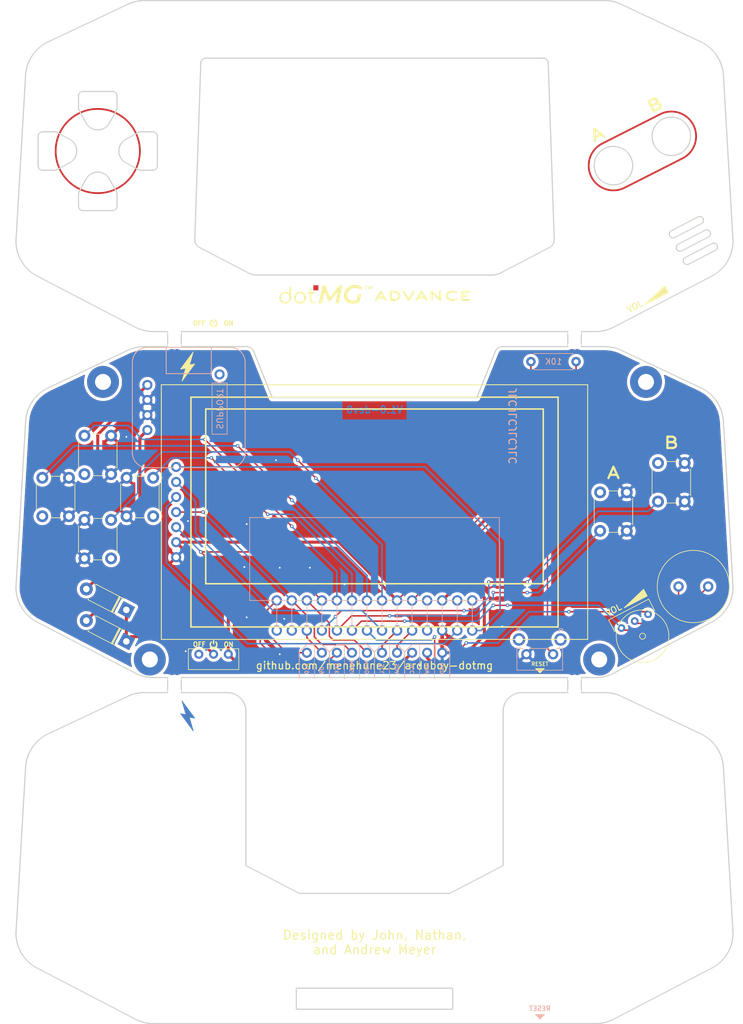
<source format=kicad_pcb>
(kicad_pcb (version 20171130) (host pcbnew "(5.1.9-0-10_14)")
  (title_block (title "dotMG Advance (Pro Micro)") (date 2021-07-17) (rev 1.0-dev0))
  (layers (0 F.Cu signal hide) (31 B.Cu signal) (34 B.Paste user) (35 F.Paste user hide) (36 B.SilkS user) (37 F.SilkS user) (38 B.Mask user) (39 F.Mask user hide) (44 Edge.Cuts user))
  (net 0 "")
  (net 1 GND)
  (net 2 "Net-(BZ1-Pad1)")
  (net 3 "Net-(D1-Pad2)")
  (net 4 "Net-(J1-Pad24)")
  (net 5 "Net-(J1-Pad11)")
  (net 6 "Net-(D1-Pad1)")
  (net 7 "Net-(J1-Pad22)")
  (net 8 "Net-(J1-Pad21)")
  (net 9 "Net-(J1-Pad20)")
  (net 10 "Net-(J1-Pad19)")
  (net 11 "Net-(J1-Pad10)")
  (net 12 "Net-(J1-Pad8)")
  (net 13 "Net-(J1-Pad7)")
  (net 14 "Net-(BZ1-Pad2)")
  (net 15 VCC)
  (net 16 "Net-(D2-Pad2)")
  (net 17 SCL)
  (net 18 SDA)
  (net 19 "Net-(J1-Pad1)")
  (net 20 D9_A9)
  (net 21 D10_A10)
  (net 22 MOSI)
  (net 23 MISO)
  (net 24 SCK)
  (net 25 RAW)
  (net 26 "Net-(J1-Pad2)")
  (module system:EXT_PINS_ADV_CUTOUT (layer B.Cu) (at 107.95 221.869 90)
    (fp_text reference REF** hide)
    (fp_text value "EXTENSION PINS" hide)
    (fp_line (start -1.778 -13.208) (end -1.778 13.208) (layer Edge.Cuts) (width 0.2))
    (fp_line (start -1.778 13.208) (end 1.778 13.208) (layer Edge.Cuts) (width 0.2))
    (fp_line (start 1.778 13.208) (end 1.778 -13.208) (layer Edge.Cuts) (width 0.2))
    (fp_line (start 1.778 -13.208) (end -1.778 -13.208) (layer Edge.Cuts) (width 0.2))
  )
  (module system:EXT_PINS_ADV (layer B.Cu) (at 107.95 163.449 90)
    (fp_text reference J2)
    (fp_text value "EXTENSION PINS")
    (fp_text user GND (at -3.683 11.43 270) (layer B.SilkS) (effects (font (size 0.635 0.635) (thickness 0.127)) (justify right mirror)))
    (fp_text user SDA (at -3.683 3.81 270) (layer B.SilkS) (effects (font (size 0.635 0.635) (thickness 0.127)) (justify right mirror)))
    (fp_text user MOSI (at -3.683 -3.81 270) (layer B.SilkS) (effects (font (size 0.635 0.635) (thickness 0.127)) (justify right mirror)))
    (fp_text user VCC (at -3.683 6.35 270) (layer B.SilkS) (effects (font (size 0.635 0.635) (thickness 0.127)) (justify right mirror)))
    (fp_text user SCK (at -3.683 -6.35 270) (layer B.SilkS) (effects (font (size 0.635 0.635) (thickness 0.127)) (justify right mirror)))
    (fp_text user MISO (at -3.683 -1.27 270) (layer B.SilkS) (effects (font (size 0.635 0.635) (thickness 0.127)) (justify right mirror)))
    (fp_text user SCL (at -3.683 1.27 270) (layer B.SilkS) (effects (font (size 0.635 0.635) (thickness 0.127)) (justify right mirror)))
    (fp_text user D9 (at -3.683 -8.89 270) (layer B.SilkS) (effects (font (size 0.635 0.635) (thickness 0.127)) (justify right mirror)))
    (fp_text user A10 (at -3.683 -11.43 270) (layer B.SilkS) (effects (font (size 0.635 0.635) (thickness 0.127)) (justify right mirror)))
    (fp_text user RAW (at -3.683 8.89 270) (layer B.SilkS) (effects (font (size 0.635 0.635) (thickness 0.127)) (justify right mirror)))
    (pad 6 thru_hole circle (at 0 -1.27 270) (size 1.7 1.7) (drill 1) (layers *.Cu *.Mask) (net 23 MISO))
    (pad 5 thru_hole oval (at 0 1.27 270) (size 1.7 1.7) (drill 1) (layers *.Cu *.Mask) (net 17 SCL))
    (pad 4 thru_hole oval (at 0 3.81 270) (size 1.7 1.7) (drill 1) (layers *.Cu *.Mask) (net 18 SDA))
    (pad 3 thru_hole oval (at 0 6.35 270) (size 1.7 1.7) (drill 1) (layers *.Cu *.Mask) (net 15 VCC))
    (pad 7 thru_hole circle (at 0 -3.81 270) (size 1.7 1.7) (drill 1) (layers *.Cu *.Mask) (net 22 MOSI))
    (pad 1 thru_hole oval (at 0 11.43 270) (size 1.7 1.7) (drill 1) (layers *.Cu *.Mask) (net 1 GND))
    (pad 10 thru_hole oval (at 0 -11.43 270) (size 1.7 1.7) (drill 1) (layers *.Cu *.Mask) (net 21 D10_A10))
    (pad 9 thru_hole oval (at 0 -8.89 270) (size 1.7 1.7) (drill 1) (layers *.Cu *.Mask) (net 20 D9_A9))
    (pad 8 thru_hole oval (at 0 -6.35 270) (size 1.7 1.7) (drill 1) (layers *.Cu *.Mask) (net 24 SCK))
    (pad 2 thru_hole oval (at 0 8.89 270) (size 1.7 1.7) (drill 1) (layers *.Cu *.Mask) (net 25 RAW))
  )
  (module system:LOGO (layer F.Cu) (at 98.044 101.854)
    (fp_text reference G*** hide)
    (fp_text value LOGO hide)
    (fp_text user TM (at 8.128 0) (layer F.SilkS) (effects (font (size 0.4572 0.762) (thickness 0.1143)) (justify left)))
    (pad 1 smd custom (at 0 0) (size 0.5 0.5) (layers F.Cu F.Mask) (options (clearance outline) (anchor circle)) (primitives (gr_poly (pts (xy 0.4191 0.406399) (xy -0.419099 0.406399) (xy -0.419099 -0.444501) (xy 0.4191 -0.444501) (xy 0.4191 0.406399)) (width 0.01))))
  )
  (module MountingHole:MountingHole_2.7mm_M2.5_Pad (layer F.Cu) (at 62.103 59.309)
    (fp_text reference HOLE hide)
    (fp_text value MountingHole_2.7mm_M2.5_Pad hide)
    (pad "" np_thru_hole circle (at 0 0) (size 3.75 3.75) (drill 3.75) (layers *.Cu *.Mask))
  )
  (module MountingHole:MountingHole_2.7mm_M2.5_Pad (layer F.Cu) (at 153.797 59.309)
    (fp_text reference HOLE hide)
    (fp_text value MountingHole_2.7mm_M2.5_Pad hide)
    (pad "" np_thru_hole circle (at 0 0) (size 3.75 3.75) (drill 3.75) (layers *.Cu *.Mask))
  )
  (module MountingHole:MountingHole_2.7mm_M2.5_Pad (layer F.Cu) (at 70.0024 106.172)
    (fp_text reference HOLE hide)
    (fp_text value MountingHole_2.7mm_M2.5_Pad hide)
    (pad "" np_thru_hole circle (at 0 0) (size 3.75 3.75) (drill 3.75) (layers *.Cu *.Mask))
  )
  (module MountingHole:MountingHole_2.7mm_M2.5_Pad (layer F.Cu) (at 145.8976 106.172)
    (fp_text reference HOLE hide)
    (fp_text value MountingHole_2.7mm_M2.5_Pad hide)
    (pad "" np_thru_hole circle (at 0 0) (size 3.75 3.75) (drill 3.75) (layers *.Cu *.Mask))
  )
  (module system:28PIN_CARD_CONNECTOR (layer B.Cu) (at 107.95 159.704 180)
    (fp_text reference J1)
    (fp_text value CART_SOCKET_28P hide)
    (pad 28 thru_hole circle (at -16.51 5.08 270) (size 1.75 1.75) (drill 1.1) (layers *.Cu *.Mask))
    (pad 27 thru_hole circle (at -13.97 5.08 270) (size 1.75 1.75) (drill 1.1) (layers *.Cu *.Mask))
    (pad 26 thru_hole circle (at -11.43 5.08 270) (size 1.75 1.75) (drill 1.1) (layers *.Cu *.Mask) (net 25 RAW))
    (pad 25 thru_hole circle (at -8.89 5.08 270) (size 1.75 1.75) (drill 1.1) (layers *.Cu *.Mask))
    (pad 24 thru_hole circle (at -6.35 5.08 270) (size 1.75 1.75) (drill 1.1) (layers *.Cu *.Mask) (net 4 "Net-(J1-Pad24)"))
    (pad 23 thru_hole circle (at -3.81 5.08 270) (size 1.75 1.75) (drill 1.1) (layers *.Cu *.Mask) (net 15 VCC))
    (pad 22 thru_hole circle (at -1.27 5.08 270) (size 1.75 1.75) (drill 1.1) (layers *.Cu *.Mask) (net 7 "Net-(J1-Pad22)"))
    (pad 21 thru_hole circle (at 1.27 5.08 270) (size 1.75 1.75) (drill 1.1) (layers *.Cu *.Mask) (net 8 "Net-(J1-Pad21)"))
    (pad 20 thru_hole circle (at 3.81 5.08 270) (size 1.75 1.75) (drill 1.1) (layers *.Cu *.Mask) (net 9 "Net-(J1-Pad20)"))
    (pad 19 thru_hole circle (at 6.35 5.08 270) (size 1.75 1.75) (drill 1.1) (layers *.Cu *.Mask) (net 10 "Net-(J1-Pad19)"))
    (pad 18 thru_hole circle (at 8.89 5.08 270) (size 1.75 1.75) (drill 1.1) (layers *.Cu *.Mask) (net 24 SCK))
    (pad 17 thru_hole circle (at 11.43 5.08 270) (size 1.75 1.75) (drill 1.1) (layers *.Cu *.Mask) (net 23 MISO))
    (pad 16 thru_hole circle (at 13.97 5.08 270) (size 1.75 1.75) (drill 1.1) (layers *.Cu *.Mask) (net 22 MOSI))
    (pad 15 thru_hole circle (at 16.51 5.08 270) (size 1.75 1.75) (drill 1.1) (layers *.Cu *.Mask) (net 21 D10_A10))
    (pad 14 thru_hole circle (at 16.51 0 270) (size 1.75 1.75) (drill 1.1) (layers *.Cu *.Mask))
    (pad 13 thru_hole circle (at 13.97 0 270) (size 1.75 1.75) (drill 1.1) (layers *.Cu *.Mask))
    (pad 12 thru_hole circle (at 11.43 0 270) (size 1.75 1.75) (drill 1.1) (layers *.Cu *.Mask) (net 20 D9_A9))
    (pad 11 thru_hole circle (at 8.89 0 270) (size 1.75 1.75) (drill 1.1) (layers *.Cu *.Mask) (net 5 "Net-(J1-Pad11)"))
    (pad 10 thru_hole circle (at 6.35 0 270) (size 1.75 1.75) (drill 1.1) (layers *.Cu *.Mask) (net 11 "Net-(J1-Pad10)"))
    (pad 9 thru_hole circle (at 3.81 0 270) (size 1.75 1.75) (drill 1.1) (layers *.Cu *.Mask) (net 14 "Net-(BZ1-Pad2)"))
    (pad 1 thru_hole circle (at -16.51 0 270) (size 1.75 1.75) (drill 1.1) (layers *.Cu *.Mask) (net 19 "Net-(J1-Pad1)"))
    (pad 2 thru_hole circle (at -13.97 0 270) (size 1.75 1.75) (drill 1.1) (layers *.Cu *.Mask) (net 26 "Net-(J1-Pad2)"))
    (pad 3 thru_hole circle (at -11.43 0 270) (size 1.75 1.75) (drill 1.1) (layers *.Cu *.Mask) (net 1 GND))
    (pad 4 thru_hole circle (at -8.89 0 270) (size 1.75 1.75) (drill 1.1) (layers *.Cu *.Mask))
    (pad 5 thru_hole circle (at -6.35 0 270) (size 1.75 1.75) (drill 1.1) (layers *.Cu *.Mask) (net 18 SDA))
    (pad 6 thru_hole circle (at -3.81 0 270) (size 1.75 1.75) (drill 1.1) (layers *.Cu *.Mask) (net 17 SCL))
    (pad 8 thru_hole circle (at 1.27 0 270) (size 1.75 1.75) (drill 1.1) (layers *.Cu *.Mask) (net 12 "Net-(J1-Pad8)"))
    (pad 7 thru_hole circle (at -1.27 0 270) (size 1.75 1.75) (drill 1.1) (layers *.Cu *.Mask) (net 13 "Net-(J1-Pad7)"))
  )
  (module MountingHole:MountingHole_2.7mm_M2.5_Pad (layer F.Cu) (at 145.8976 223.012)
    (fp_text reference HOLE hide)
    (fp_text value MountingHole_2.7mm_M2.5_Pad hide)
    (pad "" np_thru_hole circle (at 0 0) (size 3.75 3.75) (drill 3.75) (layers *.Cu *.Mask))
  )
  (module MountingHole:MountingHole_2.7mm_M2.5_Pad (layer F.Cu) (at 70.0024 223.012)
    (fp_text reference HOLE hide)
    (fp_text value MountingHole_2.7mm_M2.5_Pad hide)
    (pad "" np_thru_hole circle (at 0 0) (size 3.75 3.75) (drill 3.75) (layers *.Cu *.Mask))
  )
  (module MountingHole:MountingHole_2.7mm_M2.5_Pad (layer F.Cu) (at 153.797 176.149)
    (fp_text reference HOLE hide)
    (fp_text value MountingHole_2.7mm_M2.5_Pad hide)
    (pad "" np_thru_hole circle (at 0 0) (size 3.75 3.75) (drill 3.75) (layers *.Cu *.Mask))
  )
  (module system:BREAKAWAY_TAB (layer F.Cu) (at 74.168 170.18 90)
    (fp_text reference REF** hide)
    (fp_text value BREAKAWAY_TAB hide)
    (pad "" np_thru_hole circle (at 0.254 0.889 90) (size 0.508 0.508) (drill 0.508) (layers *.Cu *.Mask))
    (pad "" np_thru_hole circle (at 0.254 0 90) (size 0.508 0.508) (drill 0.508) (layers *.Cu *.Mask))
    (pad "" np_thru_hole circle (at 0.254 -0.889 90) (size 0.508 0.508) (drill 0.508) (layers *.Cu *.Mask))
    (pad "" np_thru_hole circle (at 2.286 0.889 90) (size 0.508 0.508) (drill 0.508) (layers *.Cu *.Mask))
    (pad "" np_thru_hole circle (at 2.286 -0.889 90) (size 0.508 0.508) (drill 0.508) (layers *.Cu *.Mask))
    (pad "" np_thru_hole circle (at 2.286 0 90) (size 0.508 0.508) (drill 0.508) (layers *.Cu *.Mask))
  )
  (module system:BREAKAWAY_TAB (layer F.Cu) (at 141.732 170.18 90)
    (fp_text reference REF** hide)
    (fp_text value BREAKAWAY_TAB hide)
    (pad "" np_thru_hole circle (at 2.286 0 90) (size 0.508 0.508) (drill 0.508) (layers *.Cu *.Mask))
    (pad "" np_thru_hole circle (at 2.286 -0.889 90) (size 0.508 0.508) (drill 0.508) (layers *.Cu *.Mask))
    (pad "" np_thru_hole circle (at 2.286 0.889 90) (size 0.508 0.508) (drill 0.508) (layers *.Cu *.Mask))
    (pad "" np_thru_hole circle (at 0.254 -0.889 90) (size 0.508 0.508) (drill 0.508) (layers *.Cu *.Mask))
    (pad "" np_thru_hole circle (at 0.254 0 90) (size 0.508 0.508) (drill 0.508) (layers *.Cu *.Mask))
    (pad "" np_thru_hole circle (at 0.254 0.889 90) (size 0.508 0.508) (drill 0.508) (layers *.Cu *.Mask))
  )
  (module system:BREAKAWAY_TAB (layer F.Cu) (at 141.732 111.76 90)
    (fp_text reference REF** hide)
    (fp_text value BREAKAWAY_TAB hide)
    (pad "" np_thru_hole circle (at 0.254 0.889 90) (size 0.508 0.508) (drill 0.508) (layers *.Cu *.Mask))
    (pad "" np_thru_hole circle (at 0.254 0 90) (size 0.508 0.508) (drill 0.508) (layers *.Cu *.Mask))
    (pad "" np_thru_hole circle (at 0.254 -0.889 90) (size 0.508 0.508) (drill 0.508) (layers *.Cu *.Mask))
    (pad "" np_thru_hole circle (at 2.286 0.889 90) (size 0.508 0.508) (drill 0.508) (layers *.Cu *.Mask))
    (pad "" np_thru_hole circle (at 2.286 -0.889 90) (size 0.508 0.508) (drill 0.508) (layers *.Cu *.Mask))
    (pad "" np_thru_hole circle (at 2.286 0 90) (size 0.508 0.508) (drill 0.508) (layers *.Cu *.Mask))
  )
  (module system:DIYMORE_2.42_IN_OLED_CUTOUT_ADV (layer F.Cu) (at 107.95 81.28)
    (fp_text reference REF** hide)
    (fp_text value DIYMORE_2.42_IN_OLED_CUTOUT_ADV hide)
    (fp_line (start -19.703 18.4) (end 19.703 18.4) (layer Edge.Cuts) (width 0.2))
    (fp_line (start -29.337 -17.386499) (end -30.353 12.4) (layer Edge.Cuts) (width 0.2))
    (fp_line (start -21.408108 17.98507) (end -29.445674 13.8) (layer Edge.Cuts) (width 0.2))
    (fp_line (start 29.337 -17.386499) (end 30.353 12.4) (layer Edge.Cuts) (width 0.2))
    (fp_line (start -28.5 -18.2245) (end 28.5 -18.2245) (layer Edge.Cuts) (width 0.2))
    (fp_line (start 21.408108 17.98507) (end 29.445674 13.8) (layer Edge.Cuts) (width 0.2))
    (fp_arc (start -28.81924 12.4) (end -29.445674 13.8) (angle 65.89373456) (layer Edge.Cuts) (width 0.2))
    (fp_arc (start -28.5 -17.387499) (end -29.337 -17.386499) (angle 90.06845371) (layer Edge.Cuts) (width 0.2))
    (fp_arc (start -19.803 15.1) (end -19.703 18.4) (angle 30.82506473) (layer Edge.Cuts) (width 0.2))
    (fp_arc (start 19.803 15.1) (end 19.703 18.4) (angle -30.82506473) (layer Edge.Cuts) (width 0.2))
    (fp_arc (start 28.81924 12.4) (end 29.445674 13.8) (angle -65.89373456) (layer Edge.Cuts) (width 0.2))
    (fp_arc (start 28.5 -17.387499) (end 29.337 -17.386499) (angle -90.06845371) (layer Edge.Cuts) (width 0.2))
  )
  (module system:OMRON_CAP_B32-2110_CUTOUT (layer F.Cu) (at 68.326 78.74 180)
    (fp_text reference REF** hide)
    (fp_text value OMRON_CAP_B32-2110_CUTOUT hide)
    (fp_line (start -2.95 -2.5) (end -2.95 2.5) (layer Edge.Cuts) (width 0.2))
    (fp_line (start -2.2 -3.25) (end -0.320046 -3.251318) (layer Edge.Cuts) (width 0.2))
    (fp_line (start 0.35052 -3.09626) (end 2.528729 -1.884867) (layer Edge.Cuts) (width 0.2))
    (fp_line (start -2.2 3.25) (end -0.320046 3.248682) (layer Edge.Cuts) (width 0.2))
    (fp_line (start 0.349882 3.093604) (end 2.528729 1.884867) (layer Edge.Cuts) (width 0.2))
    (fp_arc (start -0.255493 2.002985) (end -0.320046 3.248682) (angle -32) (layer Edge.Cuts) (width 0.2))
    (fp_arc (start -0.255493 -2.002985) (end 0.35052 -3.09626) (angle -32) (layer Edge.Cuts) (width 0.2))
    (fp_arc (start -2.2 2.5) (end -2.2 3.25) (angle 90) (layer Edge.Cuts) (width 0.2))
    (fp_arc (start -2.2 -2.5) (end -2.95 -2.5) (angle 90) (layer Edge.Cuts) (width 0.2))
    (fp_arc (start 1.3 0) (end 3.55 0) (angle 56.9) (layer Edge.Cuts) (width 0.2))
    (fp_arc (start 1.3 0) (end 3.55 0) (angle -56.9) (layer Edge.Cuts) (width 0.2))
  )
  (module system:SPDT_SWITCH_ADV (layer F.Cu) (at 80.772 163.703 270)
    (fp_text reference SW1)
    (fp_text value POWER hide)
    (pad 1 thru_hole circle (at 0 2.4892 270) (size 1.524 1.524) (drill 0.8128) (layers *.Cu *.Mask))
    (pad 2 thru_hole circle (at 0 0 270) (size 1.524 1.524) (drill 0.8128) (layers *.Cu *.Mask) (net 6 "Net-(D1-Pad1)"))
    (pad 3 thru_hole circle (at 0 -2.4892 270) (size 1.524 1.524) (drill 0.8128) (layers *.Cu *.Mask) (net 15 VCC))
  )
  (module MountingHole:MountingHole_2.7mm_M2.5_Pad (layer B.Cu) (at 62.103 117.729)
    (fp_text reference HOLE hide)
    (fp_text value MountingHole_2.7mm_M2.5_Pad hide)
    (pad "" thru_hole circle (at 0 0) (size 5.399999 5.399999) (drill 2.7) (layers *.Cu *.Mask))
  )
  (module system:01X01_HEADER (layer B.Cu) (at 81.788 116.459 90)
    (fp_text reference **REF hide)
    (fp_text value SUPPORT (at -5.842 0 270 unlocked) (layer B.SilkS) (effects (justify mirror)))
    (pad 1 thru_hole oval (at 0 0 270) (size 1.7 1.7) (drill 1) (layers *.Cu *.Mask))
  )
  (module MountingHole:MountingHole_2.7mm_M2.5_Pad (layer B.Cu) (at 70.0024 164.592 180)
    (fp_text reference HOLE hide)
    (fp_text value MountingHole_2.7mm_M2.5_Pad hide)
    (pad "" thru_hole circle (at 0 0 180) (size 5.399999 5.399999) (drill 2.7) (layers *.Cu *.Mask))
  )
  (module MountingHole:MountingHole_2.7mm_M2.5_Pad (layer B.Cu) (at 153.797 117.729)
    (fp_text reference HOLE hide)
    (fp_text value MountingHole_2.7mm_M2.5_Pad hide)
    (pad "" thru_hole circle (at 0 0) (size 5.399999 5.399999) (drill 2.7) (layers *.Cu *.Mask))
  )
  (module Diode_THT:D_DO-41_SOD81_P7.62mm_Horizontal (layer F.Cu) (at 66.04 156.21 152.5)
    (fp_text reference D1 hide)
    (fp_text value SB120)
    (pad 2 thru_hole oval (at 7.62 0 152.5) (size 2.2 2.2) (drill 1.1) (layers *.Cu *.Mask) (net 3 "Net-(D1-Pad2)"))
    (pad 1 thru_hole rect (at 0 0 152.5) (size 2.2 2.2) (drill 1.1) (layers *.Cu *.Mask) (net 6 "Net-(D1-Pad1)"))
  )
  (module Diode_THT:D_DO-41_SOD81_P7.62mm_Horizontal (layer F.Cu) (at 66.04 161.544 152.5)
    (fp_text reference D2 hide)
    (fp_text value SB120)
    (pad 2 thru_hole oval (at 7.62 0 152.5) (size 2.2 2.2) (drill 1.1) (layers *.Cu *.Mask) (net 16 "Net-(D2-Pad2)"))
    (pad 1 thru_hole rect (at 0 0 152.5) (size 2.2 2.2) (drill 1.1) (layers *.Cu *.Mask) (net 6 "Net-(D1-Pad1)"))
  )
  (module system:BUZZER_CUTOUT (layer F.Cu) (at 161.798 93.853 297.5)
    (fp_text reference **REF hide)
    (fp_text value Buzzer hide)
    (fp_line (start -3.175 -2.54) (end -3.175 2.54) (layer Edge.Cuts) (width 0.2))
    (fp_line (start -1.905 -2.54) (end -1.905 2.54) (layer Edge.Cuts) (width 0.2))
    (fp_line (start 1.905 -2.54) (end 1.905 2.54) (layer Edge.Cuts) (width 0.2))
    (fp_line (start 3.175 -2.54) (end 3.175 2.54) (layer Edge.Cuts) (width 0.2))
    (fp_line (start -0.635 -2.54) (end -0.635 2.54) (layer Edge.Cuts) (width 0.2))
    (fp_line (start 0.635 -2.54) (end 0.635 2.54) (layer Edge.Cuts) (width 0.2))
    (fp_arc (start -2.54 -2.54) (end -1.905 -2.54) (angle -180) (layer Edge.Cuts) (width 0.2))
    (fp_arc (start -2.54 2.54) (end -3.175 2.54) (angle -180) (layer Edge.Cuts) (width 0.2))
    (fp_arc (start 2.54 -2.54) (end 3.175 -2.54) (angle -180) (layer Edge.Cuts) (width 0.2))
    (fp_arc (start 2.54 2.54) (end 1.905 2.54) (angle -180) (layer Edge.Cuts) (width 0.2))
    (fp_arc (start 0 2.54) (end -0.635 2.54) (angle -180) (layer Edge.Cuts) (width 0.2))
    (fp_arc (start 0 -2.54) (end 0.635 -2.54) (angle -180) (layer Edge.Cuts) (width 0.2))
  )
  (module system:VOLUME_LABEL (layer F.Cu) (at 154.178 104.394 297.5)
    (fp_text reference **REF hide)
    (fp_text value Volume hide)
    (fp_text user VOL (at -0.508 2.286 27.5) (layer F.SilkS) (effects (font (size 1.016 1.016) (thickness 0.1778))))
  )
  (module system:DIYMORE_2.42_IN_OLED (layer F.Cu) (at 107.95 139.7)
    (fp_text reference U2)
    (fp_text value SPI_DISPLAY)
    (pad 1 thru_hole circle (at -33.5 7.62) (size 1.7 1.7) (drill 1) (layers *.Cu *.Mask) (net 1 GND))
    (pad 2 thru_hole circle (at -33.5 5.08) (size 1.7 1.7) (drill 1) (layers *.Cu *.Mask) (net 15 VCC))
    (pad 3 thru_hole circle (at -33.5 2.54) (size 1.7 1.7) (drill 1) (layers *.Cu *.Mask) (net 24 SCK))
    (pad 4 thru_hole circle (at -33.5 0) (size 1.7 1.7) (drill 1) (layers *.Cu *.Mask) (net 22 MOSI))
    (pad 5 thru_hole circle (at -33.5 -2.54) (size 1.7 1.7) (drill 1) (layers *.Cu *.Mask) (net 26 "Net-(J1-Pad2)"))
    (pad 6 thru_hole circle (at -33.5 -5.08) (size 1.7 1.7) (drill 1) (layers *.Cu *.Mask) (net 13 "Net-(J1-Pad7)"))
    (pad 7 thru_hole circle (at -33.5 -7.62) (size 1.7 1.7) (drill 1) (layers *.Cu *.Mask) (net 19 "Net-(J1-Pad1)"))
  )
  (module system:SW_PUSH_6mm (layer F.Cu) (at 148.3 139.625 90)
    (fp_text reference SW3 hide)
    (fp_text value A hide)
    (pad 2 thru_hole circle (at -3.25 2.25 180) (size 2 2) (drill 1.1) (layers *.Cu *.Mask) (net 1 GND))
    (pad 1 thru_hole circle (at -3.25 -2.25 180) (size 2 2) (drill 1.1) (layers *.Cu *.Mask) (net 11 "Net-(J1-Pad10)"))
    (pad 2 thru_hole circle (at 3.25 2.25 180) (size 2 2) (drill 1.1) (layers *.Cu *.Mask) (net 1 GND))
    (pad 1 thru_hole circle (at 3.25 -2.25 180) (size 2 2) (drill 1.1) (layers *.Cu *.Mask) (net 11 "Net-(J1-Pad10)"))
  )
  (module system:SW_PUSH_6mm (layer F.Cu) (at 158.079 134.672 90)
    (fp_text reference SW4 hide)
    (fp_text value B hide)
    (pad 2 thru_hole circle (at -3.25 2.25 180) (size 2 2) (drill 1.1) (layers *.Cu *.Mask) (net 1 GND))
    (pad 1 thru_hole circle (at -3.25 -2.25 180) (size 2 2) (drill 1.1) (layers *.Cu *.Mask) (net 5 "Net-(J1-Pad11)"))
    (pad 2 thru_hole circle (at 3.25 2.25 180) (size 2 2) (drill 1.1) (layers *.Cu *.Mask) (net 1 GND))
    (pad 1 thru_hole circle (at 3.25 -2.25 180) (size 2 2) (drill 1.1) (layers *.Cu *.Mask) (net 5 "Net-(J1-Pad11)"))
  )
  (module system:SW_PUSH_6mm (layer F.Cu) (at 61.214 130.048 90)
    (fp_text reference SW5 hide)
    (fp_text value UP)
    (pad 2 thru_hole circle (at -3.25 2.25 180) (size 2 2) (drill 1.1) (layers *.Cu *.Mask) (net 1 GND))
    (pad 1 thru_hole circle (at -3.25 -2.25 180) (size 2 2) (drill 1.1) (layers *.Cu *.Mask) (net 10 "Net-(J1-Pad19)"))
    (pad 2 thru_hole circle (at 3.25 2.25 180) (size 2 2) (drill 1.1) (layers *.Cu *.Mask) (net 1 GND))
    (pad 1 thru_hole circle (at 3.25 -2.25 180) (size 2 2) (drill 1.1) (layers *.Cu *.Mask) (net 10 "Net-(J1-Pad19)"))
  )
  (module system:SW_PUSH_6mm (layer F.Cu) (at 61.214 144.272 270)
    (fp_text reference SW6 hide)
    (fp_text value DN)
    (pad 2 thru_hole circle (at -3.25 2.25) (size 2 2) (drill 1.1) (layers *.Cu *.Mask) (net 1 GND))
    (pad 1 thru_hole circle (at -3.25 -2.25) (size 2 2) (drill 1.1) (layers *.Cu *.Mask) (net 7 "Net-(J1-Pad22)"))
    (pad 2 thru_hole circle (at 3.25 2.25) (size 2 2) (drill 1.1) (layers *.Cu *.Mask) (net 1 GND))
    (pad 1 thru_hole circle (at 3.25 -2.25) (size 2 2) (drill 1.1) (layers *.Cu *.Mask) (net 7 "Net-(J1-Pad22)"))
  )
  (module system:SW_PUSH_6mm (layer F.Cu) (at 54.102 137.16 90)
    (fp_text reference SW7 hide)
    (fp_text value LF)
    (pad 2 thru_hole circle (at -3.25 2.25 180) (size 2 2) (drill 1.1) (layers *.Cu *.Mask) (net 1 GND))
    (pad 1 thru_hole circle (at -3.25 -2.25 180) (size 2 2) (drill 1.1) (layers *.Cu *.Mask) (net 8 "Net-(J1-Pad21)"))
    (pad 2 thru_hole circle (at 3.25 2.25 180) (size 2 2) (drill 1.1) (layers *.Cu *.Mask) (net 1 GND))
    (pad 1 thru_hole circle (at 3.25 -2.25 180) (size 2 2) (drill 1.1) (layers *.Cu *.Mask) (net 8 "Net-(J1-Pad21)"))
  )
  (module system:SW_PUSH_6mm (layer F.Cu) (at 68.326 137.16 270)
    (fp_text reference SW8 hide)
    (fp_text value RT)
    (pad 2 thru_hole circle (at -3.25 2.25) (size 2 2) (drill 1.1) (layers *.Cu *.Mask) (net 1 GND))
    (pad 1 thru_hole circle (at -3.25 -2.25) (size 2 2) (drill 1.1) (layers *.Cu *.Mask) (net 9 "Net-(J1-Pad20)"))
    (pad 2 thru_hole circle (at 3.25 2.25) (size 2 2) (drill 1.1) (layers *.Cu *.Mask) (net 1 GND))
    (pad 1 thru_hole circle (at 3.25 -2.25) (size 2 2) (drill 1.1) (layers *.Cu *.Mask) (net 9 "Net-(J1-Pad20)"))
  )
  (module system:OMRON_CAP_B32-2010_CUTOUT (layer F.Cu) (at 148.3 81.205 27.5)
    (fp_text reference REF** hide)
    (fp_text value OMRON_CAP_B32-2010_CUTOUT hide)
    (fp_circle (center 0 0) (end 3.25 0) (layer Edge.Cuts) (width 0.2))
    (fp_text user A (at 0 -5.965 27.5) (layer F.SilkS) (effects (font (size 1.905 2.54) (thickness 0.381))))
  )
  (module system:OMRON_CAP_B32-2010_CUTOUT (layer F.Cu) (at 158.079 76.252 27.5)
    (fp_text reference REF** hide)
    (fp_text value OMRON_CAP_B32-2010_CUTOUT hide)
    (fp_circle (center 0 0) (end 3.25 0) (layer Edge.Cuts) (width 0.2))
    (fp_text user B (at 0.000001 -5.965 27.5) (layer F.SilkS) (effects (font (size 1.905 2.54) (thickness 0.381))))
  )
  (module system:OMRON_CAP_B32-2110_CUTOUT (layer F.Cu) (at 54.102 78.74)
    (fp_text reference REF** hide)
    (fp_text value OMRON_CAP_B32-2110_CUTOUT hide)
    (fp_line (start 0.349882 3.093604) (end 2.528729 1.884867) (layer Edge.Cuts) (width 0.2))
    (fp_line (start -2.2 3.25) (end -0.320046 3.248682) (layer Edge.Cuts) (width 0.2))
    (fp_line (start 0.35052 -3.09626) (end 2.528729 -1.884867) (layer Edge.Cuts) (width 0.2))
    (fp_line (start -2.2 -3.25) (end -0.320046 -3.251318) (layer Edge.Cuts) (width 0.2))
    (fp_line (start -2.95 -2.5) (end -2.95 2.5) (layer Edge.Cuts) (width 0.2))
    (fp_arc (start -0.255493 2.002985) (end -0.320046 3.248682) (angle -32) (layer Edge.Cuts) (width 0.2))
    (fp_arc (start -0.255493 -2.002985) (end 0.35052 -3.09626) (angle -32) (layer Edge.Cuts) (width 0.2))
    (fp_arc (start -2.2 2.5) (end -2.2 3.25) (angle 90) (layer Edge.Cuts) (width 0.2))
    (fp_arc (start -2.2 -2.5) (end -2.95 -2.5) (angle 90) (layer Edge.Cuts) (width 0.2))
    (fp_arc (start 1.3 0) (end 3.55 0) (angle 56.9) (layer Edge.Cuts) (width 0.2))
    (fp_arc (start 1.3 0) (end 3.55 0) (angle -56.9) (layer Edge.Cuts) (width 0.2))
  )
  (module system:OMRON_CAP_B32-2110_CUTOUT (layer F.Cu) (at 61.214 85.852 90)
    (fp_text reference REF** hide)
    (fp_text value OMRON_CAP_B32-2110_CUTOUT hide)
    (fp_line (start 0.349882 3.093604) (end 2.528729 1.884867) (layer Edge.Cuts) (width 0.2))
    (fp_line (start -2.2 3.25) (end -0.320046 3.248682) (layer Edge.Cuts) (width 0.2))
    (fp_line (start 0.35052 -3.09626) (end 2.528729 -1.884867) (layer Edge.Cuts) (width 0.2))
    (fp_line (start -2.2 -3.25) (end -0.320046 -3.251318) (layer Edge.Cuts) (width 0.2))
    (fp_line (start -2.95 -2.5) (end -2.95 2.5) (layer Edge.Cuts) (width 0.2))
    (fp_arc (start -0.255493 2.002985) (end -0.320046 3.248682) (angle -32) (layer Edge.Cuts) (width 0.2))
    (fp_arc (start -0.255493 -2.002985) (end 0.35052 -3.09626) (angle -32) (layer Edge.Cuts) (width 0.2))
    (fp_arc (start -2.2 2.5) (end -2.2 3.25) (angle 90) (layer Edge.Cuts) (width 0.2))
    (fp_arc (start -2.2 -2.5) (end -2.95 -2.5) (angle 90) (layer Edge.Cuts) (width 0.2))
    (fp_arc (start 1.3 0) (end 3.55 0) (angle 56.9) (layer Edge.Cuts) (width 0.2))
    (fp_arc (start 1.3 0) (end 3.55 0) (angle -56.9) (layer Edge.Cuts) (width 0.2))
  )
  (module system:OMRON_CAP_B32-2110_CUTOUT (layer F.Cu) (at 61.214 71.628 270)
    (fp_text reference REF** hide)
    (fp_text value OMRON_CAP_B32-2110_CUTOUT hide)
    (fp_line (start 0.349882 3.093604) (end 2.528729 1.884867) (layer Edge.Cuts) (width 0.2))
    (fp_line (start -2.2 3.25) (end -0.320046 3.248682) (layer Edge.Cuts) (width 0.2))
    (fp_line (start 0.35052 -3.09626) (end 2.528729 -1.884867) (layer Edge.Cuts) (width 0.2))
    (fp_line (start -2.2 -3.25) (end -0.320046 -3.251318) (layer Edge.Cuts) (width 0.2))
    (fp_line (start -2.95 -2.5) (end -2.95 2.5) (layer Edge.Cuts) (width 0.2))
    (fp_arc (start -0.255493 2.002985) (end -0.320046 3.248682) (angle -32) (layer Edge.Cuts) (width 0.2))
    (fp_arc (start -0.255493 -2.002985) (end 0.35052 -3.09626) (angle -32) (layer Edge.Cuts) (width 0.2))
    (fp_arc (start -2.2 2.5) (end -2.2 3.25) (angle 90) (layer Edge.Cuts) (width 0.2))
    (fp_arc (start -2.2 -2.5) (end -2.95 -2.5) (angle 90) (layer Edge.Cuts) (width 0.2))
    (fp_arc (start 1.3 0) (end 3.55 0) (angle 56.9) (layer Edge.Cuts) (width 0.2))
    (fp_arc (start 1.3 0) (end 3.55 0) (angle -56.9) (layer Edge.Cuts) (width 0.2))
  )
  (module system:VOLUME_POT (layer F.Cu) (at 151.892 158.115 297.5)
    (fp_text reference RV1)
    (fp_text value "VOLUME 10K" hide)
    (fp_text user VOL (at -3.302 2.286 27.5) (layer F.SilkS) (effects (font (size 1.016 1.016) (thickness 0.1778))))
    (pad 2 thru_hole circle (at 0 0 297.5) (size 1.3 1.3) (drill 0.65) (layers *.Cu *.Mask) (net 2 "Net-(BZ1-Pad1)"))
    (pad 1 thru_hole circle (at 0 2.54 297.5) (size 1.3 1.3) (drill 0.65) (layers *.Cu *.Mask) (net 14 "Net-(BZ1-Pad2)"))
    (pad 3 thru_hole circle (at 0 -2.54 297.5) (size 1.3 1.3) (drill 0.65) (layers *.Cu *.Mask) (net 12 "Net-(J1-Pad8)"))
  )
  (module MountingHole:MountingHole_2.7mm_M2.5_Pad (layer F.Cu) (at 62.103 176.149)
    (fp_text reference HOLE hide)
    (fp_text value MountingHole_2.7mm_M2.5_Pad hide)
    (pad "" np_thru_hole circle (at 0 0) (size 3.75 3.75) (drill 3.75) (layers *.Cu *.Mask))
  )
  (module system:BREAKAWAY_TAB (layer F.Cu) (at 74.168 111.76 90)
    (fp_text reference REF** hide)
    (fp_text value BREAKAWAY_TAB hide)
    (pad "" np_thru_hole circle (at 2.286 0 90) (size 0.508 0.508) (drill 0.508) (layers *.Cu *.Mask))
    (pad "" np_thru_hole circle (at 2.286 -0.889 90) (size 0.508 0.508) (drill 0.508) (layers *.Cu *.Mask))
    (pad "" np_thru_hole circle (at 2.286 0.889 90) (size 0.508 0.508) (drill 0.508) (layers *.Cu *.Mask))
    (pad "" np_thru_hole circle (at 0.254 -0.889 90) (size 0.508 0.508) (drill 0.508) (layers *.Cu *.Mask))
    (pad "" np_thru_hole circle (at 0.254 0 90) (size 0.508 0.508) (drill 0.508) (layers *.Cu *.Mask))
    (pad "" np_thru_hole circle (at 0.254 0.889 90) (size 0.508 0.508) (drill 0.508) (layers *.Cu *.Mask))
  )
  (module MountingHole:MountingHole_2.7mm_M2.5_Pad (layer F.Cu) (at 145.8976 164.592)
    (fp_text reference HOLE hide)
    (fp_text value MountingHole_2.7mm_M2.5_Pad hide)
    (pad "" thru_hole circle (at 0 0) (size 5.399999 5.399999) (drill 2.7) (layers *.Cu *.Mask))
  )
  (module system:BUZZER (layer F.Cu) (at 161.798 152.273 90)
    (fp_text reference BZ1)
    (fp_text value Buzzer hide)
    (pad 2 thru_hole circle (at 0 2.5 90) (size 1.75 1.75) (drill 1) (layers *.Cu *.Mask) (net 14 "Net-(BZ1-Pad2)"))
    (pad 1 thru_hole circle (at 0 -2.5 90) (size 1.75 1.75) (drill 1) (layers *.Cu *.Mask) (net 2 "Net-(BZ1-Pad1)"))
  )
  (module Resistor_THT:R_Axial_DIN0207_L6.3mm_D2.5mm_P7.62mm_Horizontal (layer B.Cu) (at 134.366 114.3)
    (fp_text reference R1 hide)
    (fp_text value 10K (at 3.81 0) (layer B.SilkS) (effects (justify mirror)))
    (pad 1 thru_hole circle (at 0 0) (size 1.6 1.6) (drill 0.8) (layers *.Cu *.Mask) (net 15 VCC))
    (pad 2 thru_hole oval (at 7.62 0) (size 1.6 1.6) (drill 0.8) (layers *.Cu *.Mask) (net 4 "Net-(J1-Pad24)"))
  )
  (module Button_Switch_THT:SW_Tactile_SPST_Angled_PTS645Vx39-2LFS (layer B.Cu) (at 133.604 163.703)
    (fp_text reference SW2 hide)
    (fp_text value RESET (at 2.286 1.651 180) (layer F.SilkS) (effects (font (size 0.635 0.635) (thickness 0.127))))
    (pad "" thru_hole circle (at 5.76 -2.49) (size 2.1 2.1) (drill 1.3) (layers *.Cu *.Mask))
    (pad 2 thru_hole circle (at 4.5 0) (size 1.75 1.75) (drill 0.99) (layers *.Cu *.Mask) (net 4 "Net-(J1-Pad24)"))
    (pad 1 thru_hole circle (at 0 0) (size 1.75 1.75) (drill 0.99) (layers *.Cu *.Mask) (net 1 GND))
    (pad "" thru_hole circle (at -1.25 -2.49) (size 2.1 2.1) (drill 1.3) (layers *.Cu *.Mask))
  )
  (module system:ADAFRUIT_MICRO_LIPO (layer B.Cu) (at 76.581 122.047)
    (fp_text reference U1)
    (fp_text value LIPO_CHARGER)
    (pad 1 thru_hole circle (at -6.985 1.27) (size 1.7 1.7) (drill 1) (layers *.Cu *.Mask) (net 1 GND))
    (pad 1 thru_hole circle (at -6.985 -1.27) (size 1.7 1.7) (drill 1) (layers *.Cu *.Mask) (net 1 GND))
    (pad 2 thru_hole circle (at -6.985 3.81) (size 1.7 1.7) (drill 1) (layers *.Cu *.Mask) (net 16 "Net-(D2-Pad2)"))
    (pad 3 thru_hole circle (at -6.985 -3.81) (size 1.7 1.7) (drill 1) (layers *.Cu *.Mask) (net 3 "Net-(D1-Pad2)"))
  )
  (gr_line (start 47.399313 210.7721) (end 47.399313 210.7721) (layer Edge.Cuts) (width 0.2))
  (gr_arc (start 54.098313 210.7721) (end 47.399313 210.7721) (angle -59.58891873) (layer Edge.Cuts) (width 0.2))
  (gr_line (start 49.022 182.88) (end 47.399313 210.7721) (layer Edge.Cuts) (width 0.2))
  (gr_text ADVANCE (at 107.696 103.251) (layer F.SilkS) (effects (font (size 1.397 2.54) (thickness 0.3302)) (justify left)))
  (gr_line (start 95.252 204.089) (end 86.235 199.39) (layer Edge.Cuts) (width 0.2))
  (gr_line (start 129.667 199.39) (end 120.65 204.089) (layer Edge.Cuts) (width 0.2))
  (gr_text "Designed by John, Nathan,\nand Andrew Meyer" (at 107.95 212.344) (layer F.SilkS) (effects (font (size 1.524 1.524) (thickness 0.2032))))
  (gr_line (start 86.235 173.355) (end 86.235 199.39) (layer Edge.Cuts) (width 0.2))
  (gr_line (start 129.667 173.355) (end 129.667 199.39) (layer Edge.Cuts) (width 0.2))
  (gr_arc (start 132.842 173.355) (end 132.842 170.18) (angle -90) (layer Edge.Cuts) (width 0.2))
  (gr_arc (start 83.06 173.355) (end 86.235 173.355) (angle -90) (layer Edge.Cuts) (width 0.2))
  (gr_poly (pts (xy 77.343 112.649) (xy 75.184 115.57) (xy 76.581 115.316)) (layer F.SilkS) (width 0.1))
  (gr_poly (pts (xy 75.438 117.602) (xy 77.597 114.681) (xy 76.2 114.935)) (layer F.SilkS) (width 0.1))
  (gr_line (start 145.284313 226.06) (end 70.612 226.06) (layer Edge.Cuts) (width 0.2))
  (gr_line (start 165.189038 216.549423) (end 148.4376 225.271447) (layer Edge.Cuts) (width 0.2))
  (gr_arc (start 161.798 210.7721) (end 168.497 210.7721) (angle 59.58891873) (layer Edge.Cuts) (width 0.2))
  (gr_line (start 166.878 182.88) (end 168.497 210.7721) (layer Edge.Cuts) (width 0.2))
  (gr_poly (pts (xy 135.89 225.298) (xy 136.652 224.536) (xy 135.128 224.536)) (layer B.SilkS) (width 0.1))
  (gr_arc (start 145.284313 219.361) (end 145.284313 226.06) (angle -28.08040571) (layer Edge.Cuts) (width 0.2))
  (gr_arc (start 69.088 176.879) (end 69.088 170.18) (angle -22.32678668) (layer Edge.Cuts) (width 0.2))
  (gr_arc (start 146.812 176.879) (end 146.812 170.18) (angle 22.32678668) (layer Edge.Cuts) (width 0.2))
  (gr_arc (start 160.179 183.20281) (end 166.878 182.88) (angle -61.67077339) (layer Edge.Cuts) (width 0.2))
  (gr_line (start 52.826224 177.152928) (end 66.543126 170.682209) (layer Edge.Cuts) (width 0.2))
  (gr_arc (start 55.721 183.20281) (end 49.022 182.88) (angle 61.67077339) (layer Edge.Cuts) (width 0.2))
  (gr_line (start 132.842 170.18) (end 140.589 170.18) (layer Edge.Cuts) (width 0.2))
  (gr_line (start 83.06 170.18) (end 75.311 170.18) (layer Edge.Cuts) (width 0.2))
  (gr_line (start 50.707275 216.549423) (end 67.458713 225.271447) (layer Edge.Cuts) (width 0.2))
  (gr_line (start 163.073776 177.152928) (end 149.356874 170.682209) (layer Edge.Cuts) (width 0.2))
  (gr_arc (start 70.612 219.361) (end 70.612 226.06) (angle 28.08040571) (layer Edge.Cuts) (width 0.2))
  (gr_line (start 146.812 170.18) (end 142.875 170.18) (layer Edge.Cuts) (width 0.2))
  (gr_line (start 73.025 170.18) (end 69.088 170.18) (layer Edge.Cuts) (width 0.2))
  (gr_line (start 145.284313 167.64) (end 142.875 167.64) (layer Edge.Cuts) (width 0.2))
  (gr_line (start 73.025 167.64) (end 70.612 167.64) (layer Edge.Cuts) (width 0.2))
  (gr_line (start 75.311 167.64) (end 75.311 170.18) (layer Edge.Cuts) (width 0.2))
  (gr_line (start 73.025 167.64) (end 73.025 170.18) (layer Edge.Cuts) (width 0.2))
  (gr_line (start 140.589 167.64) (end 140.589 170.18) (layer Edge.Cuts) (width 0.2))
  (gr_line (start 142.875 167.64) (end 142.875 170.18) (layer Edge.Cuts) (width 0.2))
  (gr_line (start 145.284313 109.22) (end 142.875 109.22) (layer Edge.Cuts) (width 0.2))
  (gr_line (start 146.812 111.76) (end 142.875 111.76) (layer Edge.Cuts) (width 0.2))
  (gr_line (start 142.875 109.22) (end 142.875 111.76) (layer Edge.Cuts) (width 0.2))
  (gr_line (start 140.589 109.22) (end 140.589 111.76) (layer Edge.Cuts) (width 0.2))
  (gr_line (start 73.025 111.76) (end 69.088 111.76) (layer Edge.Cuts) (width 0.2))
  (gr_line (start 73.025 109.22) (end 70.612 109.22) (layer Edge.Cuts) (width 0.2))
  (gr_line (start 140.589 109.22) (end 75.311 109.22) (layer Edge.Cuts) (width 0.2))
  (gr_line (start 165.189038 99.709423) (end 148.4376 108.431447) (layer Edge.Cuts) (width 0.2))
  (gr_arc (start 161.798 93.9321) (end 168.497 93.9321) (angle 59.58891873) (layer Edge.Cuts) (width 0.2))
  (gr_line (start 166.878 66.04) (end 168.497 93.9321) (layer Edge.Cuts) (width 0.2))
  (gr_text OFF (at 78.359 107.81538) (layer F.SilkS) (effects (font (size 0.762 0.762) (thickness 0.1778))))
  (gr_arc (start 145.284313 102.521) (end 145.284313 109.22) (angle -28.08040571) (layer Edge.Cuts) (width 0.2))
  (gr_text ON (at 83.312 107.823) (layer F.SilkS) (effects (font (size 0.762 0.762) (thickness 0.1778))))
  (gr_arc (start 146.812 60.039) (end 146.812 53.34) (angle 22.32678668) (layer Edge.Cuts) (width 0.2))
  (gr_arc (start 160.179 66.36281) (end 166.878 66.04) (angle -61.67077339) (layer Edge.Cuts) (width 0.2))
  (gr_line (start 163.073776 60.312928) (end 149.356874 53.842209) (layer Edge.Cuts) (width 0.2))
  (gr_arc (start 70.612 102.521) (end 70.612 109.22) (angle 28.08040571) (layer Edge.Cuts) (width 0.2))
  (gr_line (start 146.812 53.34) (end 69.088 53.34) (layer Edge.Cuts) (width 0.2))
  (gr_arc (start 69.088 60.039) (end 69.088 53.34) (angle -22.32678668) (layer Edge.Cuts) (width 0.2))
  (gr_line (start 52.826224 60.312928) (end 66.543126 53.842209) (layer Edge.Cuts) (width 0.2))
  (gr_arc (start 55.721 66.36281) (end 49.022 66.04) (angle 61.67077339) (layer Edge.Cuts) (width 0.2))
  (gr_line (start 49.022 66.04) (end 47.399313 93.9321) (layer Edge.Cuts) (width 0.2))
  (gr_arc (start 54.098313 93.9321) (end 47.399313 93.9321) (angle -59.58891873) (layer Edge.Cuts) (width 0.2))
  (gr_line (start 50.707275 99.709423) (end 67.458713 108.431447) (layer Edge.Cuts) (width 0.2))
  (gr_line (start 80.772 107.2134) (end 80.772 107.696) (layer F.SilkS) (width 0.254))
  (gr_arc (start 80.772 107.823) (end 81.153 107.4166) (angle 271.8476103) (layer F.SilkS) (width 0.254))
  (gr_text github.com/menehune23/arduboy-dotmg (at 107.95 165.608) (layer F.SilkS) (effects (font (size 1.27 1.27) (thickness 0.19685))))
  (gr_arc (start 80.772 162.052) (end 81.153 161.6456) (angle 271.8476103) (layer F.SilkS) (width 0.254))
  (gr_line (start 80.772 161.4424) (end 80.772 161.925) (layer F.SilkS) (width 0.254))
  (gr_line (start 50.707275 158.129423) (end 67.458713 166.851447) (layer Edge.Cuts) (width 0.2))
  (gr_arc (start 54.098313 152.3521) (end 47.399313 152.3521) (angle -59.58891873) (layer Edge.Cuts) (width 0.2))
  (gr_line (start 49.022 124.46) (end 47.399313 152.3521) (layer Edge.Cuts) (width 0.2))
  (gr_arc (start 55.721 124.78281) (end 49.022 124.46) (angle 61.67077339) (layer Edge.Cuts) (width 0.2))
  (gr_line (start 52.826224 118.732928) (end 66.543126 112.262209) (layer Edge.Cuts) (width 0.2))
  (gr_arc (start 69.088 118.459) (end 69.088 111.76) (angle -22.32678668) (layer Edge.Cuts) (width 0.2))
  (gr_line (start 86.36 111.76) (end 75.311 111.76) (layer Edge.Cuts) (width 0.2))
  (gr_line (start 129.54 111.76) (end 140.589 111.76) (layer Edge.Cuts) (width 0.2))
  (gr_arc (start 70.612 160.941) (end 70.612 167.64) (angle 28.08040571) (layer Edge.Cuts) (width 0.2))
  (gr_line (start 163.073776 118.732928) (end 149.356874 112.262209) (layer Edge.Cuts) (width 0.2))
  (gr_arc (start 160.179 124.78281) (end 166.878 124.46) (angle -61.67077339) (layer Edge.Cuts) (width 0.2))
  (gr_arc (start 146.812 118.459) (end 146.812 111.76) (angle 22.32678668) (layer Edge.Cuts) (width 0.2))
  (gr_line (start 125.222 120.395999) (end 128.34659 112.595634) (layer Edge.Cuts) (width 0.2))
  (gr_arc (start 129.54 113.03) (end 129.54 111.76) (angle -70) (layer Edge.Cuts) (width 0.2))
  (gr_arc (start 86.36 113.03) (end 86.36 111.76) (angle 70.00003041) (layer Edge.Cuts) (width 0.2))
  (gr_line (start 90.678 120.396) (end 87.55341 112.595635) (layer Edge.Cuts) (width 0.2))
  (gr_line (start 90.678 120.396) (end 125.222 120.395999) (layer Edge.Cuts) (width 0.2))
  (gr_text JLCJLCJLCJLC (at 131.318 118.618 90) (layer B.SilkS) (effects (font (size 1.25 1.25) (thickness 0.2)) (justify left mirror)))
  (gr_text B (at 158.079 128.016) (layer F.SilkS) (effects (font (size 1.905 2.54) (thickness 0.381))))
  (gr_text A (at 148.3 133.096) (layer F.SilkS) (effects (font (size 1.905 2.54) (thickness 0.381))))
  (gr_line (start 95.252 204.089) (end 120.65 204.089) (layer Edge.Cuts) (width 0.2))
  (gr_text RESET (at 135.89 223.52) (layer B.SilkS) (effects (font (size 0.8 0.8)) (justify mirror)))
  (gr_poly (pts (xy 77.343 176.657) (xy 75.184 173.736) (xy 76.581 173.99)) (layer B.Cu) (width 0.1))
  (gr_poly (pts (xy 75.438 171.577) (xy 77.597 174.498) (xy 76.2 174.244)) (layer B.Cu) (width 0.1))
  (gr_arc (start 158.079 76.252) (end 160.008878 79.959262) (angle -180) (layer F.Cu) (width 0.3))
  (gr_line (start 160.008878 79.959262) (end 150.229878 84.912262) (layer F.Cu) (width 0.3))
  (gr_line (start 156.149122 72.544738) (end 146.370122 77.497738) (layer F.Cu) (width 0.3))
  (gr_arc (start 148.3 81.205) (end 146.370122 77.497738) (angle -180) (layer F.Cu) (width 0.3))
  (gr_circle (center 61.214 78.74) (end 68.326 78.74) (layer F.Cu) (width 0.3))
  (gr_text ON (at 83.312 162.052) (layer F.SilkS) (effects (font (size 0.762 0.762) (thickness 0.1778))))
  (gr_line (start 75.311 109.22) (end 75.311 111.76) (layer Edge.Cuts) (width 0.2))
  (gr_line (start 73.025 109.22) (end 73.025 111.76) (layer Edge.Cuts) (width 0.2))
  (gr_arc (start 145.284313 160.941) (end 145.284313 167.64) (angle -28.08040571) (layer Edge.Cuts) (width 0.2))
  (gr_poly (pts (xy 135.89 166.878) (xy 136.652 166.116) (xy 135.128 166.116)) (layer F.SilkS) (width 0.1))
  (gr_text V1.0-dev0 (at 107.95 122.428) (layer B.Cu) (effects (font (size 1.2 1.2) (thickness 0.25)) (justify mirror)))
  (gr_text OFF (at 78.359 162.04438) (layer F.SilkS) (effects (font (size 0.762 0.762) (thickness 0.1778))))
  (gr_line (start 166.878 124.46) (end 168.497 152.3521) (layer Edge.Cuts) (width 0.2))
  (gr_arc (start 161.798 152.3521) (end 168.497 152.3521) (angle 59.58891873) (layer Edge.Cuts) (width 0.2))
  (gr_line (start 165.189038 158.129423) (end 148.4376 166.851447) (layer Edge.Cuts) (width 0.2))
  (gr_line (start 140.589 167.64) (end 75.311 167.64) (layer Edge.Cuts) (width 0.2))
  (via (at 86.36 141.732) (size 0.6) (drill 0.3) (layers F.Cu B.Cu) (net 1))
  (via (at 97.028 149.098) (size 0.6) (drill 0.3) (layers F.Cu B.Cu) (net 1))
  (via (at 91.948 149.098) (size 0.6) (drill 0.3) (layers F.Cu B.Cu) (net 1))
  (via (at 86.36 157.48) (size 0.6) (drill 0.3) (layers F.Cu B.Cu) (net 1))
  (via (at 76.073 163.195) (size 0.6) (drill 0.3) (layers F.Cu B.Cu) (net 1))
  (via (at 85.979 148.971) (size 0.6) (drill 0.3) (layers F.Cu B.Cu) (net 1))
  (via (at 85.979 148.971) (size 0.6) (drill 0.3) (layers F.Cu B.Cu) (net 1))
  (via (at 115.57 165.608) (size 0.6) (drill 0.3) (layers F.Cu B.Cu) (net 1))
  (via (at 91.313 130.937) (size 0.6) (drill 0.3) (layers F.Cu B.Cu) (net 1))
  (via (at 102.87 151.892) (size 0.6) (drill 0.3) (layers F.Cu B.Cu) (net 1))
  (via (at 92.71 157.734) (size 0.6) (drill 0.3) (layers F.Cu B.Cu) (net 1))
  (via (at 91.948 163.703) (size 0.6) (drill 0.3) (layers F.Cu B.Cu) (net 1))
  (via (at 129.54 159.004) (size 0.6) (drill 0.3) (layers F.Cu B.Cu) (net 1))
  (segment (start 119.38 163.449) (end 119.38 159.704) (width 0.6096) (layer F.Cu) (net 1))
  (via (at 76.454 141.224) (size 0.6) (drill 0.3) (layers F.Cu B.Cu) (net 1))
  (via (at 66.04 127) (size 0.6) (drill 0.3) (layers F.Cu B.Cu) (net 1))
  (segment (start 152.273 158.496) (end 151.892 158.115) (width 0.254) (layer F.Cu) (net 2))
  (segment (start 154.686 158.496) (end 152.273 158.496) (width 0.254) (layer F.Cu) (net 2))
  (segment (start 159.298 153.884) (end 154.686 158.496) (width 0.254) (layer F.Cu) (net 2))
  (segment (start 159.298 152.273) (end 159.298 153.884) (width 0.254) (layer F.Cu) (net 2))
  (segment (start 61.214 126.619) (end 69.596 118.237) (width 0.508) (layer F.Cu) (net 3))
  (segment (start 61.214 150.758453) (end 61.214 126.619) (width 0.508) (layer F.Cu) (net 3))
  (segment (start 59.280977 152.691476) (end 61.214 150.758453) (width 0.508) (layer F.Cu) (net 3))
  (segment (start 141.986 126.938) (end 114.3 154.624) (width 0.254) (layer F.Cu) (net 4))
  (segment (start 141.986 114.3) (end 141.986 126.938) (width 0.254) (layer F.Cu) (net 4))
  (segment (start 137.16 131.764) (end 137.256 131.668) (width 0.254) (layer F.Cu) (net 4))
  (segment (start 137.16 162.759) (end 137.16 131.764) (width 0.254) (layer F.Cu) (net 4))
  (segment (start 138.104 163.703) (end 137.16 162.759) (width 0.254) (layer F.Cu) (net 4))
  (via (at 127.254 151.511006) (size 0.6) (drill 0.3) (layers F.Cu B.Cu) (net 5))
  (via (at 133.731 151.511) (size 0.6) (drill 0.3) (layers F.Cu B.Cu) (net 5))
  (segment (start 133.730994 151.511006) (end 133.731 151.511) (width 0.254) (layer F.Cu) (net 5))
  (segment (start 127.254 151.511006) (end 133.730994 151.511006) (width 0.254) (layer F.Cu) (net 5))
  (via (at 101.346008 157.353) (size 0.6) (drill 0.3) (layers F.Cu B.Cu) (net 5))
  (segment (start 101.346008 157.417992) (end 101.346008 157.353) (width 0.254) (layer B.Cu) (net 5))
  (segment (start 99.06 159.704) (end 101.346008 157.417992) (width 0.254) (layer B.Cu) (net 5))
  (via (at 123.063002 156.337) (size 0.6) (drill 0.3) (layers F.Cu B.Cu) (net 5))
  (segment (start 102.362008 156.337) (end 123.063002 156.337) (width 0.254) (layer F.Cu) (net 5))
  (segment (start 101.346008 157.353) (end 102.362008 156.337) (width 0.254) (layer F.Cu) (net 5))
  (segment (start 124.968 156.337) (end 123.063002 156.337) (width 0.254) (layer B.Cu) (net 5))
  (segment (start 127.254 154.051) (end 124.968 156.337) (width 0.254) (layer B.Cu) (net 5))
  (segment (start 127.254 151.511006) (end 127.254 154.051) (width 0.254) (layer B.Cu) (net 5))
  (segment (start 145.669 139.573) (end 133.731 151.511) (width 0.254) (layer B.Cu) (net 5))
  (segment (start 154.178 139.573) (end 145.669 139.573) (width 0.254) (layer B.Cu) (net 5))
  (segment (start 155.829 137.922) (end 154.178 139.573) (width 0.254) (layer B.Cu) (net 5))
  (segment (start 66.04 156.21) (end 66.04 161.544) (width 0.508) (layer F.Cu) (net 6))
  (segment (start 77.797437 160.728437) (end 80.772 163.703) (width 0.508) (layer F.Cu) (net 6))
  (segment (start 66.855563 160.728437) (end 77.797437 160.728437) (width 0.508) (layer F.Cu) (net 6))
  (segment (start 66.04 161.544) (end 66.855563 160.728437) (width 0.508) (layer F.Cu) (net 6))
  (via (at 94.996 130.937) (size 0.6) (drill 0.3) (layers F.Cu B.Cu) (net 7))
  (segment (start 94.996 130.937) (end 98.044 133.985) (width 0.254) (layer F.Cu) (net 7))
  (segment (start 109.22 154.624) (end 109.22 145.160994) (width 0.254) (layer B.Cu) (net 7))
  (via (at 98.044006 133.985) (size 0.6) (drill 0.3) (layers F.Cu B.Cu) (net 7))
  (segment (start 98.044 133.985) (end 98.044006 133.985) (width 0.254) (layer F.Cu) (net 7))
  (segment (start 109.22 145.160994) (end 98.044006 133.985) (width 0.254) (layer B.Cu) (net 7))
  (segment (start 72.009 129.54) (end 93.599 129.54) (width 0.254) (layer B.Cu) (net 7))
  (segment (start 67.945 133.604) (end 72.009 129.54) (width 0.254) (layer B.Cu) (net 7))
  (segment (start 67.945 136.541) (end 67.945 133.604) (width 0.254) (layer B.Cu) (net 7))
  (segment (start 93.599 129.54) (end 94.996 130.937) (width 0.254) (layer B.Cu) (net 7))
  (segment (start 63.464 141.022) (end 67.945 136.541) (width 0.254) (layer B.Cu) (net 7))
  (via (at 93.98 137.667996) (size 0.6) (drill 0.3) (layers F.Cu B.Cu) (net 8))
  (segment (start 106.68 154.624) (end 106.68 150.367996) (width 0.254) (layer B.Cu) (net 8))
  (segment (start 106.68 150.367996) (end 93.98 137.667996) (width 0.254) (layer B.Cu) (net 8))
  (segment (start 93.98 137.667996) (end 84.836002 128.523996) (width 0.254) (layer F.Cu) (net 8))
  (segment (start 84.836002 128.523996) (end 84.835996 128.523996) (width 0.254) (layer F.Cu) (net 8))
  (segment (start 51.852 133.91) (end 57.238004 128.523996) (width 0.254) (layer B.Cu) (net 8))
  (via (at 84.835996 128.523996) (size 0.6) (drill 0.3) (layers F.Cu B.Cu) (net 8))
  (segment (start 57.238004 128.523996) (end 84.835996 128.523996) (width 0.254) (layer B.Cu) (net 8))
  (via (at 80.391 130.556) (size 0.6) (drill 0.3) (layers F.Cu B.Cu) (net 9))
  (via (at 89.915998 140.081) (size 0.6) (drill 0.3) (layers F.Cu B.Cu) (net 9))
  (segment (start 80.690999 130.856001) (end 89.915998 140.081) (width 0.254) (layer F.Cu) (net 9))
  (segment (start 80.391 130.556) (end 80.690999 130.856001) (width 0.254) (layer F.Cu) (net 9))
  (segment (start 104.14 154.624) (end 104.14 150.114) (width 0.254) (layer B.Cu) (net 9))
  (segment (start 104.14 150.114) (end 94.107 140.081) (width 0.254) (layer B.Cu) (net 9))
  (segment (start 94.107 140.081) (end 89.915998 140.081) (width 0.254) (layer B.Cu) (net 9))
  (segment (start 73.66 130.556) (end 80.391 130.556) (width 0.254) (layer B.Cu) (net 9))
  (segment (start 70.576 133.64) (end 73.66 130.556) (width 0.254) (layer B.Cu) (net 9))
  (segment (start 70.576 133.91) (end 70.576 133.64) (width 0.254) (layer B.Cu) (net 9))
  (via (at 93.98 142.113) (size 0.6) (drill 0.3) (layers F.Cu B.Cu) (net 10))
  (segment (start 101.6 149.733) (end 101.6 154.624) (width 0.254) (layer B.Cu) (net 10))
  (segment (start 93.98 142.113) (end 101.6 149.733) (width 0.254) (layer B.Cu) (net 10))
  (via (at 79.311499 127.444501) (size 0.6) (drill 0.3) (layers F.Cu B.Cu) (net 10))
  (segment (start 58.964 126.798) (end 60.667 125.095) (width 0.254) (layer B.Cu) (net 10))
  (segment (start 93.679999 141.813001) (end 79.311499 127.444501) (width 0.254) (layer F.Cu) (net 10))
  (segment (start 60.667 125.095) (end 66.421 125.095) (width 0.254) (layer B.Cu) (net 10))
  (segment (start 93.98 142.113) (end 93.679999 141.813001) (width 0.254) (layer F.Cu) (net 10))
  (segment (start 68.770501 127.444501) (end 79.311499 127.444501) (width 0.254) (layer B.Cu) (net 10))
  (segment (start 66.421 125.095) (end 68.770501 127.444501) (width 0.254) (layer B.Cu) (net 10))
  (via (at 133.731 153.289) (size 0.6) (drill 0.3) (layers F.Cu B.Cu) (net 11))
  (via (at 128.016 153.289) (size 0.6) (drill 0.3) (layers F.Cu B.Cu) (net 11))
  (segment (start 133.731 153.289) (end 128.016 153.289) (width 0.254) (layer F.Cu) (net 11))
  (via (at 110.49001 157.226) (size 0.6) (drill 0.3) (layers F.Cu B.Cu) (net 11))
  (segment (start 104.078 157.226) (end 110.49001 157.226) (width 0.254) (layer F.Cu) (net 11))
  (segment (start 101.6 159.704) (end 104.078 157.226) (width 0.254) (layer F.Cu) (net 11))
  (segment (start 125.063514 157.226) (end 110.49001 157.226) (width 0.254) (layer B.Cu) (net 11))
  (segment (start 128.016 154.273514) (end 125.063514 157.226) (width 0.254) (layer B.Cu) (net 11))
  (segment (start 128.016 153.289) (end 128.016 154.273514) (width 0.254) (layer B.Cu) (net 11))
  (segment (start 135.636 153.289) (end 133.731 153.289) (width 0.254) (layer B.Cu) (net 11))
  (segment (start 146.05 142.875) (end 135.636 153.289) (width 0.254) (layer B.Cu) (net 11))
  (via (at 118.11 160.782) (size 0.6) (drill 0.3) (layers F.Cu B.Cu) (net 12))
  (segment (start 108.266 161.29) (end 117.602 161.29) (width 0.254) (layer B.Cu) (net 12))
  (segment (start 117.602 161.29) (end 118.11 160.782) (width 0.254) (layer B.Cu) (net 12))
  (segment (start 106.68 159.704) (end 108.266 161.29) (width 0.254) (layer B.Cu) (net 12))
  (via (at 140.7795 156.5275) (size 0.6) (drill 0.3) (layers F.Cu B.Cu) (net 12))
  (segment (start 120.142 165.1) (end 123.444 161.798) (width 0.254) (layer F.Cu) (net 12))
  (segment (start 118.11 164.4015) (end 118.8085 165.1) (width 0.254) (layer F.Cu) (net 12))
  (segment (start 128.778 161.798) (end 123.444 161.798) (width 0.254) (layer B.Cu) (net 12))
  (segment (start 118.8085 165.1) (end 120.142 165.1) (width 0.254) (layer F.Cu) (net 12))
  (segment (start 118.11 160.782) (end 118.11 164.4015) (width 0.254) (layer F.Cu) (net 12))
  (segment (start 140.7795 156.5275) (end 134.0485 156.5275) (width 0.254) (layer B.Cu) (net 12))
  (segment (start 134.0485 156.5275) (end 128.778 161.798) (width 0.254) (layer B.Cu) (net 12))
  (via (at 123.444 161.798) (size 0.6) (drill 0.3) (layers F.Cu B.Cu) (net 12))
  (segment (start 153.730349 156.5275) (end 140.7795 156.5275) (width 0.254) (layer F.Cu) (net 12))
  (segment (start 154.145008 156.942159) (end 153.730349 156.5275) (width 0.254) (layer F.Cu) (net 12))
  (segment (start 105.853 156.337) (end 109.22 159.704) (width 0.254) (layer B.Cu) (net 13))
  (segment (start 77.724 143.256) (end 90.805 156.337) (width 0.254) (layer B.Cu) (net 13))
  (segment (start 90.805 156.337) (end 105.853 156.337) (width 0.254) (layer B.Cu) (net 13))
  (segment (start 77.724 137.894) (end 77.724 143.256) (width 0.254) (layer B.Cu) (net 13))
  (segment (start 74.45 134.62) (end 77.724 137.894) (width 0.254) (layer B.Cu) (net 13))
  (via (at 113.03 158.114998) (size 0.6) (drill 0.3) (layers F.Cu B.Cu) (net 14))
  (segment (start 104.14 159.704) (end 105.729002 158.114998) (width 0.254) (layer F.Cu) (net 14))
  (segment (start 105.729002 158.114998) (end 113.03 158.114998) (width 0.254) (layer F.Cu) (net 14))
  (via (at 128.016 155.448) (size 0.6) (drill 0.3) (layers F.Cu B.Cu) (net 14))
  (segment (start 113.03 158.114998) (end 125.349002 158.114998) (width 0.254) (layer B.Cu) (net 14))
  (segment (start 125.349002 158.114998) (end 128.016 155.448) (width 0.254) (layer B.Cu) (net 14))
  (via (at 130.428998 155.448) (size 0.6) (drill 0.3) (layers F.Cu B.Cu) (net 14))
  (segment (start 128.016 155.448) (end 130.428998 155.448) (width 0.254) (layer F.Cu) (net 14))
  (segment (start 145.799151 155.448) (end 130.428998 155.448) (width 0.254) (layer B.Cu) (net 14))
  (segment (start 149.638992 159.287841) (end 145.799151 155.448) (width 0.254) (layer B.Cu) (net 14))
  (segment (start 156.932 159.639) (end 149.990151 159.639) (width 0.254) (layer F.Cu) (net 14))
  (segment (start 149.990151 159.639) (end 149.638992 159.287841) (width 0.254) (layer F.Cu) (net 14))
  (segment (start 164.298 152.273) (end 156.932 159.639) (width 0.254) (layer F.Cu) (net 14))
  (segment (start 111.633 166.116) (end 114.3 163.449) (width 0.508) (layer F.Cu) (net 15))
  (segment (start 85.6742 166.116) (end 111.633 166.116) (width 0.508) (layer F.Cu) (net 15))
  (segment (start 83.2612 163.703) (end 85.6742 166.116) (width 0.508) (layer F.Cu) (net 15))
  (segment (start 101.916 144.78) (end 74.45 144.78) (width 0.508) (layer F.Cu) (net 15))
  (segment (start 111.76 154.624) (end 101.916 144.78) (width 0.508) (layer F.Cu) (net 15))
  (segment (start 83.2612 153.5912) (end 83.2612 163.703) (width 0.508) (layer F.Cu) (net 15))
  (segment (start 74.45 144.78) (end 83.2612 153.5912) (width 0.508) (layer F.Cu) (net 15))
  (segment (start 134.366 132.018) (end 134.366 114.3) (width 0.254) (layer F.Cu) (net 15))
  (segment (start 111.76 154.624) (end 134.366 132.018) (width 0.254) (layer F.Cu) (net 15))
  (segment (start 68.326 127.127) (end 69.596 125.857) (width 0.508) (layer F.Cu) (net 16))
  (segment (start 68.326 148.980453) (end 68.326 127.127) (width 0.508) (layer F.Cu) (net 16))
  (segment (start 59.280977 158.025476) (end 68.326 148.980453) (width 0.508) (layer F.Cu) (net 16))
  (segment (start 109.22 162.244) (end 111.76 159.704) (width 0.254) (layer F.Cu) (net 17))
  (segment (start 109.22 163.449) (end 109.22 162.244) (width 0.254) (layer F.Cu) (net 17))
  (segment (start 111.76 162.244) (end 114.3 159.704) (width 0.254) (layer F.Cu) (net 18))
  (segment (start 111.76 163.449) (end 111.76 162.244) (width 0.254) (layer F.Cu) (net 18))
  (segment (start 125.919 159.704) (end 124.46 159.704) (width 0.254) (layer B.Cu) (net 19))
  (segment (start 129.159 156.464) (end 125.919 159.704) (width 0.254) (layer B.Cu) (net 19))
  (segment (start 129.159 144.78) (end 129.159 156.464) (width 0.254) (layer B.Cu) (net 19))
  (segment (start 116.459 132.08) (end 129.159 144.78) (width 0.254) (layer B.Cu) (net 19))
  (segment (start 74.45 132.08) (end 116.459 132.08) (width 0.254) (layer B.Cu) (net 19))
  (segment (start 96.52 160.909) (end 96.52 159.704) (width 0.254) (layer F.Cu) (net 20))
  (segment (start 99.06 163.449) (end 96.52 160.909) (width 0.254) (layer F.Cu) (net 20))
  (segment (start 89.916 160.274) (end 89.916 156.148) (width 0.254) (layer F.Cu) (net 21))
  (segment (start 89.916 156.148) (end 91.44 154.624) (width 0.254) (layer F.Cu) (net 21))
  (segment (start 93.091 163.449) (end 89.916 160.274) (width 0.254) (layer F.Cu) (net 21))
  (segment (start 96.52 163.449) (end 93.091 163.449) (width 0.254) (layer F.Cu) (net 21))
  (via (at 78.994 139.700008) (size 0.6) (drill 0.3) (layers F.Cu B.Cu) (net 22))
  (segment (start 79.056008 139.700008) (end 78.994 139.700008) (width 0.254) (layer B.Cu) (net 22))
  (segment (start 74.45 139.7) (end 78.993992 139.7) (width 0.254) (layer F.Cu) (net 22))
  (segment (start 78.993992 139.7) (end 78.994 139.700008) (width 0.254) (layer F.Cu) (net 22))
  (segment (start 93.98 154.624) (end 79.056008 139.700008) (width 0.254) (layer B.Cu) (net 22))
  (segment (start 97.79 158.434) (end 93.98 154.624) (width 0.254) (layer F.Cu) (net 22))
  (segment (start 97.79 160.782) (end 97.79 158.434) (width 0.254) (layer F.Cu) (net 22))
  (segment (start 99.06 162.052) (end 97.79 160.782) (width 0.254) (layer F.Cu) (net 22))
  (segment (start 102.743 162.052) (end 99.06 162.052) (width 0.254) (layer F.Cu) (net 22))
  (segment (start 104.14 163.449) (end 102.743 162.052) (width 0.254) (layer F.Cu) (net 22))
  (segment (start 100.33 160.655) (end 100.33 158.434) (width 0.254) (layer F.Cu) (net 23))
  (segment (start 104.521 161.29) (end 100.965 161.29) (width 0.254) (layer F.Cu) (net 23))
  (segment (start 100.33 158.434) (end 96.52 154.624) (width 0.254) (layer F.Cu) (net 23))
  (segment (start 100.965 161.29) (end 100.33 160.655) (width 0.254) (layer F.Cu) (net 23))
  (segment (start 106.68 163.449) (end 104.521 161.29) (width 0.254) (layer F.Cu) (net 23))
  (via (at 78.613 146.431) (size 0.6) (drill 0.3) (layers F.Cu B.Cu) (net 24))
  (segment (start 78.613 146.403) (end 78.613 146.431) (width 0.254) (layer B.Cu) (net 24))
  (segment (start 74.45 142.24) (end 78.613 146.403) (width 0.254) (layer B.Cu) (net 24))
  (segment (start 90.867 146.431) (end 99.06 154.624) (width 0.254) (layer F.Cu) (net 24))
  (segment (start 78.613 146.431) (end 90.867 146.431) (width 0.254) (layer F.Cu) (net 24))
  (segment (start 88.646 161.798) (end 88.646 156.464) (width 0.254) (layer F.Cu) (net 24))
  (segment (start 91.948 165.1) (end 88.646 161.798) (width 0.254) (layer F.Cu) (net 24))
  (segment (start 99.949 165.1) (end 91.948 165.1) (width 0.254) (layer F.Cu) (net 24))
  (segment (start 88.646 156.464) (end 78.613 146.431) (width 0.254) (layer F.Cu) (net 24))
  (segment (start 101.6 163.449) (end 99.949 165.1) (width 0.254) (layer F.Cu) (net 24))
  (segment (start 116.84 164.338) (end 116.84 163.449) (width 0.508) (layer F.Cu) (net 25))
  (segment (start 118.491 165.989) (end 116.84 164.338) (width 0.508) (layer F.Cu) (net 25))
  (segment (start 121.031 165.989) (end 118.491 165.989) (width 0.508) (layer F.Cu) (net 25))
  (segment (start 126.492 160.528) (end 121.031 165.989) (width 0.508) (layer F.Cu) (net 25))
  (segment (start 125.095 152.781) (end 126.492 154.178) (width 0.508) (layer F.Cu) (net 25))
  (segment (start 126.492 154.178) (end 126.492 160.528) (width 0.508) (layer F.Cu) (net 25))
  (segment (start 121.223 152.781) (end 125.095 152.781) (width 0.508) (layer F.Cu) (net 25))
  (segment (start 119.38 154.624) (end 121.223 152.781) (width 0.508) (layer F.Cu) (net 25))
  (segment (start 119.699 161.925) (end 121.92 159.704) (width 0.254) (layer B.Cu) (net 26))
  (segment (start 86.487 161.925) (end 119.699 161.925) (width 0.254) (layer B.Cu) (net 26))
  (segment (start 72.771 148.209) (end 86.487 161.925) (width 0.254) (layer B.Cu) (net 26))
  (segment (start 72.771 138.839) (end 72.771 148.209) (width 0.254) (layer B.Cu) (net 26))
  (segment (start 74.45 137.16) (end 72.771 138.839) (width 0.254) (layer B.Cu) (net 26))
  (zone (net 1) (net_name GND) (layer F.Cu) (connect_pads (clearance 0.508)) (min_thickness 0.254) (fill yes (arc_segments 16) (thermal_gap 0.508) (thermal_bridge_width 0.508))
    (polygon (pts (xy 44.704 110.744) (xy 170.18 110.744) (xy 170.18 168.656) (xy 44.704 168.656)))
  )
  (zone (net 1) (net_name GND) (layer B.Cu) (connect_pads (clearance 0.508)) (min_thickness 0.254) (fill yes (arc_segments 16) (thermal_gap 0.508) (thermal_bridge_width 0.508))
    (polygon (pts (xy 44.704 110.744) (xy 170.18 110.744) (xy 170.18 168.656) (xy 44.704 168.656)))
  )
)
</source>
